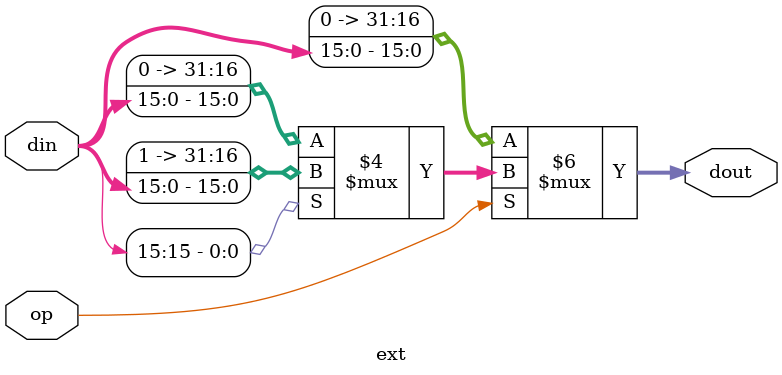
<source format=v>
module ext(din, op, dout);
    input [15:0]din;
    input op;
    output reg[31:0]dout;


    always@(*)begin
        if(op==1)
            dout = (din[15]==0)?{16'b0, din}:{~16'b0, din};
        else
            dout = {16'h0, din};
    end
endmodule

</source>
